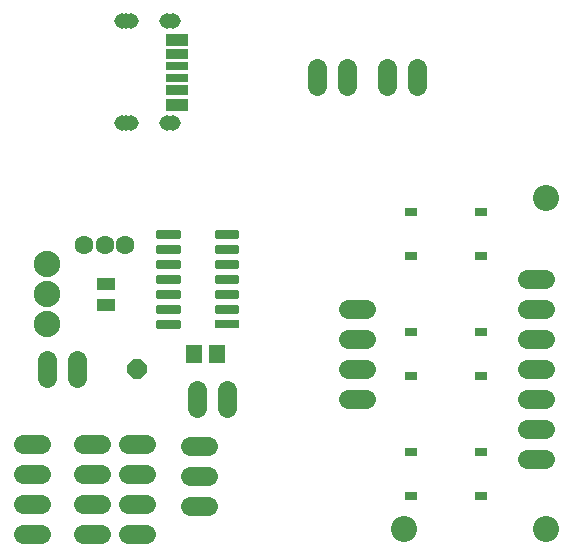
<source format=gts>
%MOIN*%
%OFA0B0*%
%FSLAX34Y34*%
%IPPOS*%
%LPD*%
%AMOC8*
5,1,8,0,0,$1,22.5*%
%AMOC80*
5,1,8,0,0,$1,202.5*%
%AMOC81*
5,1,8,0,0,$1,112.5*%
%ADD10R,0.080771653543307093X0.027228346456692913*%
%ADD11C,0.01552003937007874*%
%ADD12C,0.088251968503937017*%
%ADD13R,0.059913385826771658X0.044598425196850394*%
%ADD14C,0.064*%
%ADD15P,0.069272952755905517X8X22.5*%
%ADD16R,0.055181102362204727X0.063055118110236216*%
%ADD17C,0.063055118110236216*%
%ADD28C,0.064*%
%ADD29C,0.051559055118110243*%
%ADD30R,0.074866141732283467X0.031559055118110239*%
%ADD31R,0.074866141732283467X0.035496062992125987*%
%ADD32R,0.074866141732283467X0.039433070866141735*%
%ADD33C,0.086677165354330718*%
%ADD34C,0.064*%
%ADD35R,0.043370078740157476X0.031559055118110239*%
G75*
G01*
D10*
X0000000Y0000000D02*
X0007476Y0008000D03*
D11*
X0007150Y0008558D02*
X0007802Y0008558D01*
X0007802Y0008441D01*
X0007150Y0008441D01*
X0007150Y0008558D01*
X0007150Y0009058D02*
X0007802Y0009058D01*
X0007802Y0008941D01*
X0007150Y0008941D01*
X0007150Y0009058D01*
X0007150Y0009558D02*
X0007802Y0009558D01*
X0007802Y0009441D01*
X0007150Y0009441D01*
X0007150Y0009558D01*
X0007150Y0010058D02*
X0007802Y0010058D01*
X0007802Y0009941D01*
X0007150Y0009941D01*
X0007150Y0010058D01*
X0007150Y0010558D02*
X0007802Y0010558D01*
X0007802Y0010441D01*
X0007150Y0010441D01*
X0007150Y0010558D01*
X0007150Y0011058D02*
X0007802Y0011058D01*
X0007802Y0010941D01*
X0007150Y0010941D01*
X0007150Y0011058D01*
X0005849Y0011058D02*
X0005197Y0011058D01*
X0005849Y0011058D02*
X0005849Y0010941D01*
X0005197Y0010941D01*
X0005197Y0011058D01*
X0005197Y0010558D02*
X0005849Y0010558D01*
X0005849Y0010441D01*
X0005197Y0010441D01*
X0005197Y0010558D01*
X0005197Y0010058D02*
X0005849Y0010058D01*
X0005849Y0009941D01*
X0005197Y0009941D01*
X0005197Y0010058D01*
X0005197Y0009558D02*
X0005849Y0009558D01*
X0005849Y0009441D01*
X0005197Y0009441D01*
X0005197Y0009558D01*
X0005197Y0009058D02*
X0005849Y0009058D01*
X0005849Y0008941D01*
X0005197Y0008941D01*
X0005197Y0009058D01*
X0005197Y0008558D02*
X0005849Y0008558D01*
X0005849Y0008441D01*
X0005197Y0008441D01*
X0005197Y0008558D01*
X0005197Y0008058D02*
X0005849Y0008058D01*
X0005849Y0007941D01*
X0005197Y0007941D01*
X0005197Y0008058D01*
D12*
X0001500Y0008000D03*
X0001500Y0009000D03*
X0001500Y0010000D03*
D13*
X0003461Y0009348D03*
X0003461Y0008624D03*
D14*
X0002500Y0006799D02*
X0002500Y0006200D01*
X0001500Y0006200D02*
X0001500Y0006799D01*
X0001300Y0001000D02*
X0000700Y0001000D01*
X0000700Y0002000D02*
X0001300Y0002000D01*
X0001300Y0003000D02*
X0000700Y0003000D01*
X0000700Y0004000D02*
X0001300Y0004000D01*
X0002700Y0001000D02*
X0003300Y0001000D01*
X0003300Y0002000D02*
X0002700Y0002000D01*
X0002700Y0003000D02*
X0003300Y0003000D01*
X0003300Y0004000D02*
X0002700Y0004000D01*
D15*
X0004500Y0006500D03*
D16*
X0007152Y0007000D03*
X0006404Y0007000D03*
D17*
X0002740Y0010629D03*
X0003425Y0010629D03*
X0004094Y0010629D03*
D14*
X0004199Y0001000D02*
X0004800Y0001000D01*
X0004800Y0002000D02*
X0004199Y0002000D01*
X0004199Y0003000D02*
X0004800Y0003000D01*
X0004800Y0004000D02*
X0004199Y0004000D01*
X0007500Y0005200D02*
X0007500Y0005800D01*
X0006500Y0005800D02*
X0006500Y0005200D01*
X0006250Y0001950D02*
X0006850Y0001950D01*
X0006850Y0002950D02*
X0006250Y0002950D01*
X0006250Y0003950D02*
X0006850Y0003950D01*
G04 next file*
G04 EAGLE Gerber RS-274X export*
G75*
G01*
G04 Define Apertures*
D28*
X0013829Y0016547D02*
X0013829Y0015947D01*
X0012829Y0015947D02*
X0012829Y0016547D01*
X0010479Y0016549D02*
X0010479Y0015949D01*
X0011479Y0015949D02*
X0011479Y0016549D01*
D29*
X0003979Y0018098D03*
X0004137Y0018098D03*
X0004294Y0018098D03*
X0005495Y0018098D03*
X0005692Y0018098D03*
X0003979Y0014696D03*
X0004137Y0014696D03*
X0004294Y0014696D03*
X0005495Y0014696D03*
X0005692Y0014696D03*
D30*
X0005830Y0016594D03*
X0005830Y0016200D03*
D31*
X0005830Y0015799D03*
X0005830Y0016996D03*
D32*
X0005830Y0015314D03*
X0005830Y0017480D03*
G04 next file*
G04 EAGLE Gerber RS-274X export*
G75*
G01*
G04 Define Apertures*
D33*
X0019291Y0000000D02*
X0018110Y0001181D03*
X0018110Y0012204D03*
X0013385Y0001181D03*
D34*
X0012128Y0008515D02*
X0011528Y0008515D01*
X0011528Y0007515D02*
X0012128Y0007515D01*
X0012128Y0006515D02*
X0011528Y0006515D01*
X0011528Y0005515D02*
X0012128Y0005515D01*
X0017491Y0009500D02*
X0018091Y0009500D01*
X0018091Y0008500D02*
X0017491Y0008500D01*
X0017491Y0007500D02*
X0018091Y0007500D01*
X0018091Y0006500D02*
X0017491Y0006500D01*
X0017491Y0005500D02*
X0018091Y0005500D01*
X0018091Y0004500D02*
X0017491Y0004500D01*
X0017491Y0003500D02*
X0018091Y0003500D01*
D35*
X0015972Y0010271D03*
X0013610Y0010271D03*
X0015972Y0011728D03*
X0013610Y0011728D03*
X0015972Y0006271D03*
X0013610Y0006271D03*
X0015972Y0007728D03*
X0013610Y0007728D03*
X0015972Y0002271D03*
X0013610Y0002271D03*
X0015972Y0003728D03*
X0013610Y0003728D03*
M02*
</source>
